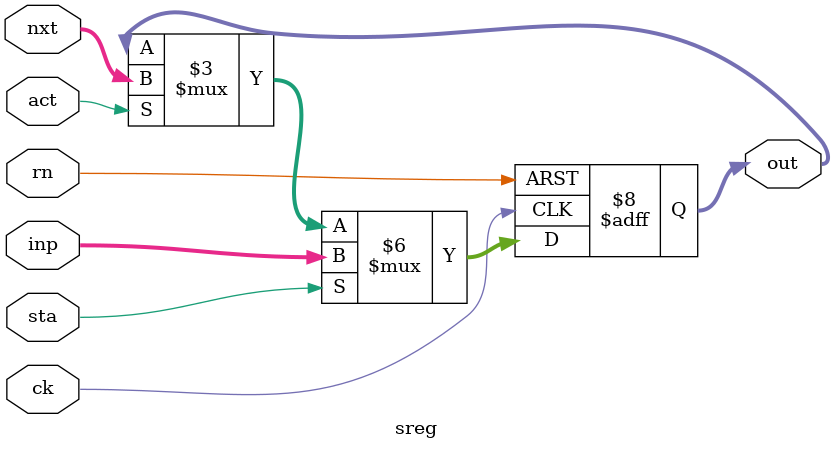
<source format=v>
`timescale 1ns / 1ps


module sreg ( sta , act , inp , nxt , ck , rn , out ) ;
input [0:63] inp ; // State initial data
input [0:63] nxt ; // Next value of state
input act ; // Active signal
input sta ; // Start signal
input ck ; // Rising edge clock
input rn ; // Active low reset
output [0:63] out ; // State output
reg [0:63] out ; // State output
always @ ( posedge ck or negedge rn )
if ( !rn ) out <= 0 ;
else if ( sta ) out <= inp ;
else if ( act ) out <= nxt ;
endmodule

</source>
